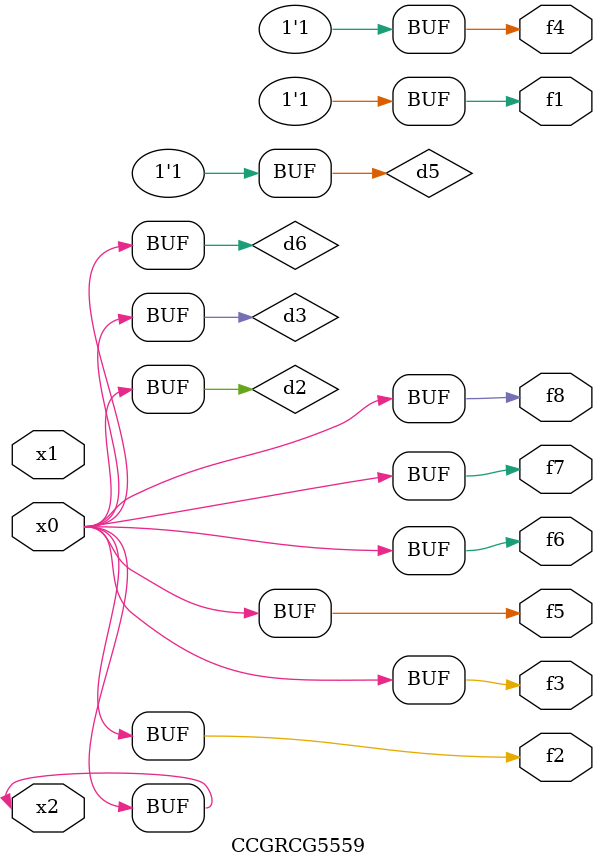
<source format=v>
module CCGRCG5559(
	input x0, x1, x2,
	output f1, f2, f3, f4, f5, f6, f7, f8
);

	wire d1, d2, d3, d4, d5, d6;

	xnor (d1, x2);
	buf (d2, x0, x2);
	and (d3, x0);
	xnor (d4, x1, x2);
	nand (d5, d1, d3);
	buf (d6, d2, d3);
	assign f1 = d5;
	assign f2 = d6;
	assign f3 = d6;
	assign f4 = d5;
	assign f5 = d6;
	assign f6 = d6;
	assign f7 = d6;
	assign f8 = d6;
endmodule

</source>
